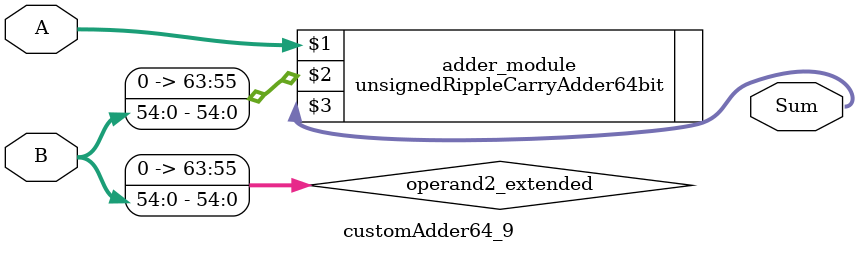
<source format=v>
module customAdder64_9(
                        input [63 : 0] A,
                        input [54 : 0] B,
                        
                        output [64 : 0] Sum
                );

        wire [63 : 0] operand2_extended;
        
        assign operand2_extended =  {9'b0, B};
        
        unsignedRippleCarryAdder64bit adder_module(
            A,
            operand2_extended,
            Sum
        );
        
        endmodule
        
</source>
